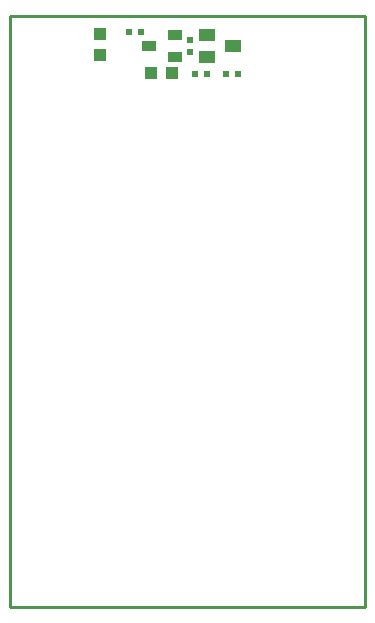
<source format=gbr>
G04 #@! TF.FileFunction,Paste,Bot*
%FSLAX46Y46*%
G04 Gerber Fmt 4.6, Leading zero omitted, Abs format (unit mm)*
G04 Created by KiCad (PCBNEW 4.0.1-3.201512221401+6198~38~ubuntu15.10.1-stable) date Thu 31 Mar 2016 03:59:41 PM EEST*
%MOMM*%
G01*
G04 APERTURE LIST*
%ADD10C,0.100000*%
%ADD11C,0.254000*%
%ADD12R,1.016000X1.016000*%
%ADD13R,0.500000X0.550000*%
%ADD14R,0.550000X0.500000*%
%ADD15R,1.400000X1.000000*%
%ADD16R,1.298400X0.898400*%
G04 APERTURE END LIST*
D10*
D11*
X125000000Y-120000000D02*
X125000000Y-70000000D01*
X155000000Y-120000000D02*
X125000000Y-120000000D01*
X155000000Y-70000000D02*
X155000000Y-120000000D01*
X125000000Y-70000000D02*
X155000000Y-70000000D01*
D12*
X136906000Y-74803000D03*
X138684000Y-74803000D03*
D13*
X136017000Y-71374000D03*
X135001000Y-71374000D03*
D14*
X140208000Y-72009000D03*
X140208000Y-73025000D03*
D13*
X140589000Y-74930000D03*
X141605000Y-74930000D03*
X143256000Y-74930000D03*
X144272000Y-74930000D03*
D15*
X141648000Y-73467000D03*
X141648000Y-71567000D03*
X143848000Y-72517000D03*
D16*
X136692640Y-72514460D03*
X138902440Y-73469500D03*
X138902440Y-71567040D03*
D12*
X132588000Y-71501000D03*
X132588000Y-73279000D03*
M02*

</source>
